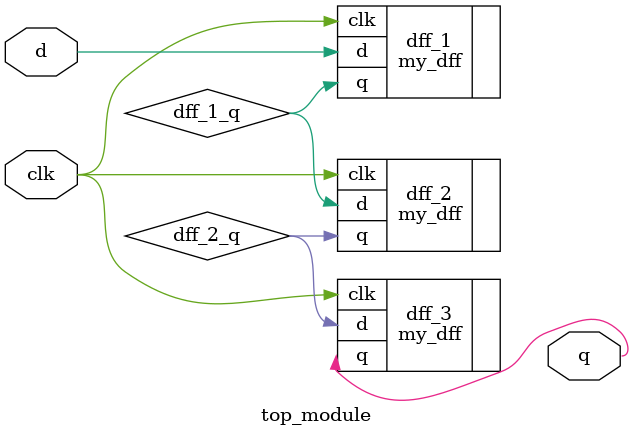
<source format=v>
module top_module ( input clk, input d, output q );

    // module my_dff ( input clk, input d, output q );
    
    wire dff_1_q, dff_2_q;
    
    my_dff dff_1 (.clk(clk), .d(d), .q(dff_1_q));
    my_dff dff_2 (.clk(clk), .d(dff_1_q), .q(dff_2_q));
    my_dff dff_3 (.clk(clk), .d(dff_2_q), .q(q));
    
endmodule

</source>
